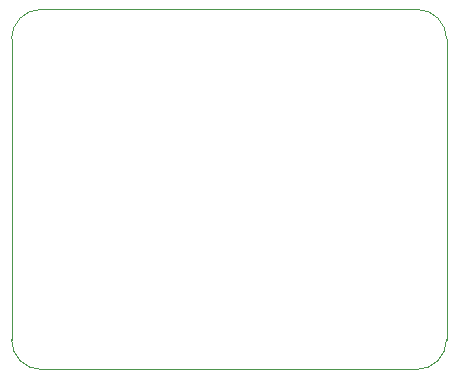
<source format=gbr>
%TF.GenerationSoftware,KiCad,Pcbnew,9.0.0-rc3-b7b28e555e~182~ubuntu24.04.1*%
%TF.CreationDate,2025-02-14T00:47:14-05:00*%
%TF.ProjectId,SharpBreakout,53686172-7042-4726-9561-6b6f75742e6b,rev?*%
%TF.SameCoordinates,Original*%
%TF.FileFunction,Profile,NP*%
%FSLAX46Y46*%
G04 Gerber Fmt 4.6, Leading zero omitted, Abs format (unit mm)*
G04 Created by KiCad (PCBNEW 9.0.0-rc3-b7b28e555e~182~ubuntu24.04.1) date 2025-02-14 00:47:14*
%MOMM*%
%LPD*%
G01*
G04 APERTURE LIST*
%TA.AperFunction,Profile*%
%ADD10C,0.100000*%
%TD*%
G04 APERTURE END LIST*
D10*
X128230000Y-113030000D02*
X160060000Y-113030000D01*
X125730000Y-85050000D02*
X125730000Y-110530000D01*
X160060000Y-82550000D02*
X128230000Y-82550000D01*
X125730000Y-85050000D02*
G75*
G02*
X128230000Y-82550000I2500000J0D01*
G01*
X160060000Y-82550000D02*
G75*
G02*
X162560000Y-85050000I0J-2500000D01*
G01*
X128230000Y-113030000D02*
G75*
G02*
X125730000Y-110530000I0J2500000D01*
G01*
X162560000Y-110530000D02*
X162560000Y-85050000D01*
X162560000Y-110530000D02*
G75*
G02*
X160060000Y-113030000I-2500000J0D01*
G01*
M02*

</source>
